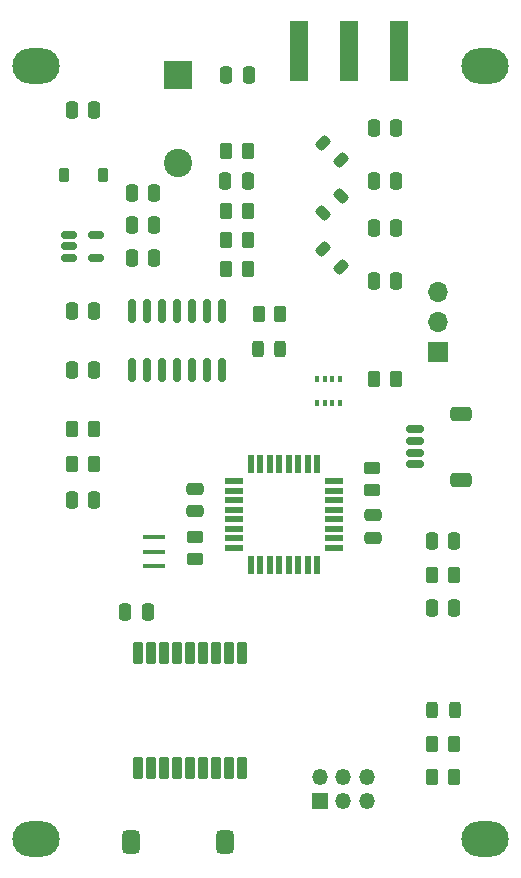
<source format=gbr>
%TF.GenerationSoftware,KiCad,Pcbnew,8.0.7*%
%TF.CreationDate,2025-01-11T16:41:09-06:00*%
%TF.ProjectId,ptSolar,7074536f-6c61-4722-9e6b-696361645f70,rev?*%
%TF.SameCoordinates,Original*%
%TF.FileFunction,Soldermask,Top*%
%TF.FilePolarity,Negative*%
%FSLAX46Y46*%
G04 Gerber Fmt 4.6, Leading zero omitted, Abs format (unit mm)*
G04 Created by KiCad (PCBNEW 8.0.7) date 2025-01-11 16:41:09*
%MOMM*%
%LPD*%
G01*
G04 APERTURE LIST*
G04 Aperture macros list*
%AMRoundRect*
0 Rectangle with rounded corners*
0 $1 Rounding radius*
0 $2 $3 $4 $5 $6 $7 $8 $9 X,Y pos of 4 corners*
0 Add a 4 corners polygon primitive as box body*
4,1,4,$2,$3,$4,$5,$6,$7,$8,$9,$2,$3,0*
0 Add four circle primitives for the rounded corners*
1,1,$1+$1,$2,$3*
1,1,$1+$1,$4,$5*
1,1,$1+$1,$6,$7*
1,1,$1+$1,$8,$9*
0 Add four rect primitives between the rounded corners*
20,1,$1+$1,$2,$3,$4,$5,0*
20,1,$1+$1,$4,$5,$6,$7,0*
20,1,$1+$1,$6,$7,$8,$9,0*
20,1,$1+$1,$8,$9,$2,$3,0*%
G04 Aperture macros list end*
%ADD10O,4.000000X3.000000*%
%ADD11RoundRect,0.375000X0.375000X0.625000X-0.375000X0.625000X-0.375000X-0.625000X0.375000X-0.625000X0*%
%ADD12RoundRect,0.250000X0.262500X0.450000X-0.262500X0.450000X-0.262500X-0.450000X0.262500X-0.450000X0*%
%ADD13RoundRect,0.150000X0.625000X-0.150000X0.625000X0.150000X-0.625000X0.150000X-0.625000X-0.150000X0*%
%ADD14RoundRect,0.250000X0.650000X-0.350000X0.650000X0.350000X-0.650000X0.350000X-0.650000X-0.350000X0*%
%ADD15RoundRect,0.250000X-0.250000X-0.475000X0.250000X-0.475000X0.250000X0.475000X-0.250000X0.475000X0*%
%ADD16RoundRect,0.243750X-0.243750X-0.456250X0.243750X-0.456250X0.243750X0.456250X-0.243750X0.456250X0*%
%ADD17RoundRect,0.250000X0.250000X0.475000X-0.250000X0.475000X-0.250000X-0.475000X0.250000X-0.475000X0*%
%ADD18RoundRect,0.150000X0.150000X-0.825000X0.150000X0.825000X-0.150000X0.825000X-0.150000X-0.825000X0*%
%ADD19R,0.350000X0.500000*%
%ADD20R,1.600000X0.550000*%
%ADD21R,0.550000X1.600000*%
%ADD22RoundRect,0.150000X-0.512500X-0.150000X0.512500X-0.150000X0.512500X0.150000X-0.512500X0.150000X0*%
%ADD23RoundRect,0.250000X0.475000X-0.250000X0.475000X0.250000X-0.475000X0.250000X-0.475000X-0.250000X0*%
%ADD24RoundRect,0.250000X-0.262500X-0.450000X0.262500X-0.450000X0.262500X0.450000X-0.262500X0.450000X0*%
%ADD25RoundRect,0.225000X0.225000X0.375000X-0.225000X0.375000X-0.225000X-0.375000X0.225000X-0.375000X0*%
%ADD26RoundRect,0.080000X0.320000X-0.820000X0.320000X0.820000X-0.320000X0.820000X-0.320000X-0.820000X0*%
%ADD27RoundRect,0.218750X0.114905X-0.424264X0.424264X-0.114905X-0.114905X0.424264X-0.424264X0.114905X0*%
%ADD28RoundRect,0.250000X-0.450000X0.262500X-0.450000X-0.262500X0.450000X-0.262500X0.450000X0.262500X0*%
%ADD29RoundRect,0.218750X0.424264X0.114905X0.114905X0.424264X-0.424264X-0.114905X-0.114905X-0.424264X0*%
%ADD30R,1.500000X5.080000*%
%ADD31R,1.900000X0.400000*%
%ADD32RoundRect,0.250000X0.450000X-0.262500X0.450000X0.262500X-0.450000X0.262500X-0.450000X-0.262500X0*%
%ADD33R,1.350000X1.350000*%
%ADD34O,1.350000X1.350000*%
%ADD35R,1.700000X1.700000*%
%ADD36O,1.700000X1.700000*%
%ADD37R,2.400000X2.400000*%
%ADD38C,2.400000*%
G04 APERTURE END LIST*
D10*
%TO.C,J1*%
X129250000Y-72000000D03*
X129250000Y-137500000D03*
%TD*%
D11*
%TO.C,ANT1*%
X137250000Y-137750000D03*
X145250000Y-137750000D03*
%TD*%
D12*
%TO.C,R6*%
X164622500Y-132250000D03*
X162797500Y-132250000D03*
%TD*%
D13*
%TO.C,J5*%
X161375000Y-105750000D03*
X161375000Y-104750000D03*
X161375000Y-103750000D03*
X161375000Y-102750000D03*
D14*
X165250000Y-107050000D03*
X165250000Y-101450000D03*
%TD*%
D15*
%TO.C,C11*%
X137350000Y-88250000D03*
X139250000Y-88250000D03*
%TD*%
D16*
%TO.C,D2*%
X148062500Y-96000000D03*
X149937500Y-96000000D03*
%TD*%
D17*
%TO.C,C16*%
X159750000Y-90250000D03*
X157850000Y-90250000D03*
%TD*%
D18*
%TO.C,U3*%
X137400000Y-97750000D03*
X138670000Y-97750000D03*
X139940000Y-97750000D03*
X141210000Y-97750000D03*
X142480000Y-97750000D03*
X143750000Y-97750000D03*
X145020000Y-97750000D03*
X145020000Y-92800000D03*
X143750000Y-92800000D03*
X142480000Y-92800000D03*
X141210000Y-92800000D03*
X139940000Y-92800000D03*
X138670000Y-92800000D03*
X137400000Y-92800000D03*
%TD*%
D15*
%TO.C,C13*%
X162780000Y-112250000D03*
X164680000Y-112250000D03*
%TD*%
D19*
%TO.C,U4*%
X153050000Y-98500000D03*
X153700000Y-98500000D03*
X154350000Y-98500000D03*
X155000000Y-98500000D03*
X155000000Y-100550000D03*
X154350000Y-100550000D03*
X153700000Y-100550000D03*
X153050000Y-100550000D03*
%TD*%
D20*
%TO.C,U7*%
X146000000Y-107200000D03*
X146000000Y-108000000D03*
X146000000Y-108800000D03*
X146000000Y-109600000D03*
X146000000Y-110400000D03*
X146000000Y-111200000D03*
X146000000Y-112000000D03*
X146000000Y-112800000D03*
D21*
X147450000Y-114250000D03*
X148250000Y-114250000D03*
X149050000Y-114250000D03*
X149850000Y-114250000D03*
X150650000Y-114250000D03*
X151450000Y-114250000D03*
X152250000Y-114250000D03*
X153050000Y-114250000D03*
D20*
X154500000Y-112800000D03*
X154500000Y-112000000D03*
X154500000Y-111200000D03*
X154500000Y-110400000D03*
X154500000Y-109600000D03*
X154500000Y-108800000D03*
X154500000Y-108000000D03*
X154500000Y-107200000D03*
D21*
X153050000Y-105750000D03*
X152250000Y-105750000D03*
X151450000Y-105750000D03*
X150650000Y-105750000D03*
X149850000Y-105750000D03*
X149050000Y-105750000D03*
X148250000Y-105750000D03*
X147450000Y-105750000D03*
%TD*%
D22*
%TO.C,U5*%
X132025000Y-86350000D03*
X132025000Y-87300000D03*
X132025000Y-88250000D03*
X134300000Y-88250000D03*
X134300000Y-86350000D03*
%TD*%
D17*
%TO.C,C10*%
X147180000Y-81765000D03*
X145280000Y-81765000D03*
%TD*%
D23*
%TO.C,C8*%
X142750000Y-109700000D03*
X142750000Y-107800000D03*
%TD*%
D24*
%TO.C,R7*%
X145337500Y-89250000D03*
X147162500Y-89250000D03*
%TD*%
D25*
%TO.C,D1*%
X134900000Y-81250000D03*
X131600000Y-81250000D03*
%TD*%
D17*
%TO.C,C4*%
X134200000Y-75750000D03*
X132300000Y-75750000D03*
%TD*%
D15*
%TO.C,C15*%
X132300000Y-108750000D03*
X134200000Y-108750000D03*
%TD*%
D17*
%TO.C,C7*%
X134200000Y-97750000D03*
X132300000Y-97750000D03*
%TD*%
D12*
%TO.C,R1*%
X147162500Y-79250000D03*
X145337500Y-79250000D03*
%TD*%
D26*
%TO.C,U1*%
X146650000Y-121750000D03*
X145550000Y-121750000D03*
X144450000Y-121750000D03*
X143350000Y-121750000D03*
X142250000Y-121750000D03*
X141150000Y-121750000D03*
X140050000Y-121750000D03*
X138950000Y-121750000D03*
X137850000Y-121750000D03*
X137850000Y-131450000D03*
X138950000Y-131450000D03*
X140050000Y-131450000D03*
X141150000Y-131450000D03*
X142250000Y-131450000D03*
X143350000Y-131450000D03*
X144450000Y-131450000D03*
X145550000Y-131450000D03*
X146650000Y-131450000D03*
%TD*%
D27*
%TO.C,L2*%
X153548699Y-84501301D03*
X155051301Y-82998699D03*
%TD*%
D10*
%TO.C,J2*%
X167250000Y-72000000D03*
X167250000Y-137500000D03*
%TD*%
D17*
%TO.C,C18*%
X159750000Y-81750000D03*
X157850000Y-81750000D03*
%TD*%
D28*
%TO.C,R5*%
X142720000Y-111925000D03*
X142720000Y-113750000D03*
%TD*%
D17*
%TO.C,C19*%
X159750000Y-77250000D03*
X157850000Y-77250000D03*
%TD*%
D24*
%TO.C,R3*%
X148087500Y-93000000D03*
X149912500Y-93000000D03*
%TD*%
%TO.C,R2*%
X145337500Y-84280000D03*
X147162500Y-84280000D03*
%TD*%
%TO.C,R11*%
X145337500Y-86765000D03*
X147162500Y-86765000D03*
%TD*%
D15*
%TO.C,C6*%
X137350000Y-85500000D03*
X139250000Y-85500000D03*
%TD*%
D23*
%TO.C,C12*%
X157750000Y-111950000D03*
X157750000Y-110050000D03*
%TD*%
D15*
%TO.C,C5*%
X137350000Y-82750000D03*
X139250000Y-82750000D03*
%TD*%
%TO.C,C14*%
X162780000Y-117947142D03*
X164680000Y-117947142D03*
%TD*%
D29*
%TO.C,L1*%
X155051301Y-89001301D03*
X153548699Y-87498699D03*
%TD*%
D30*
%TO.C,ANT2*%
X155750000Y-70750000D03*
X151500000Y-70750000D03*
X160000000Y-70750000D03*
%TD*%
D31*
%TO.C,Y2*%
X139250000Y-114337500D03*
X139250000Y-113137500D03*
X139250000Y-111937500D03*
%TD*%
D29*
%TO.C,L3*%
X155051301Y-80001301D03*
X153548699Y-78498699D03*
%TD*%
D17*
%TO.C,C3*%
X134200000Y-92750000D03*
X132300000Y-92750000D03*
%TD*%
D32*
%TO.C,R13*%
X157720000Y-107912500D03*
X157720000Y-106087500D03*
%TD*%
D24*
%TO.C,R4*%
X162797500Y-129431426D03*
X164622500Y-129431426D03*
%TD*%
D33*
%TO.C,J4*%
X153265000Y-134250000D03*
D34*
X153265000Y-132250000D03*
X155265000Y-134250000D03*
X155265000Y-132250000D03*
X157265000Y-134250000D03*
X157265000Y-132250000D03*
%TD*%
D24*
%TO.C,R12*%
X157867500Y-98500000D03*
X159692500Y-98500000D03*
%TD*%
D16*
%TO.C,D3*%
X162812500Y-126567855D03*
X164687500Y-126567855D03*
%TD*%
D35*
%TO.C,J3*%
X163250000Y-96275000D03*
D36*
X163250000Y-93735000D03*
X163250000Y-91195000D03*
%TD*%
D12*
%TO.C,R8*%
X164622500Y-115098571D03*
X162797500Y-115098571D03*
%TD*%
D15*
%TO.C,C2*%
X145350000Y-72750000D03*
X147250000Y-72750000D03*
%TD*%
D24*
%TO.C,R10*%
X132317500Y-102750000D03*
X134142500Y-102750000D03*
%TD*%
D17*
%TO.C,C17*%
X159750000Y-85750000D03*
X157850000Y-85750000D03*
%TD*%
D12*
%TO.C,R9*%
X134142500Y-105735000D03*
X132317500Y-105735000D03*
%TD*%
D17*
%TO.C,C9*%
X138700000Y-118250000D03*
X136800000Y-118250000D03*
%TD*%
D37*
%TO.C,C1*%
X141250000Y-72750000D03*
D38*
X141250000Y-80250000D03*
%TD*%
M02*

</source>
